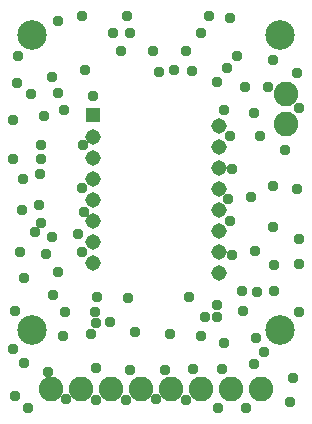
<source format=gbr>
G04 EAGLE Gerber RS-274X export*
G75*
%MOMM*%
%FSLAX34Y34*%
%LPD*%
%INSoldermask Bottom*%
%IPPOS*%
%AMOC8*
5,1,8,0,0,1.08239X$1,22.5*%
G01*
G04 Define Apertures*
%ADD10C,2.503200*%
%ADD11C,2.082800*%
%ADD12R,1.311200X1.311200*%
%ADD13C,1.311200*%
%ADD14C,0.959600*%
D10*
X-105000Y-125000D03*
X105000Y-125000D03*
X105000Y125000D03*
X-105000Y125000D03*
D11*
X-88900Y-175000D03*
X-63500Y-175000D03*
X-38100Y-175000D03*
X-12700Y-175000D03*
X12700Y-175000D03*
X38100Y-175000D03*
X63500Y-175000D03*
X88900Y-175000D03*
D12*
X-53594Y56642D03*
D13*
X-53594Y38842D03*
X-53594Y21042D03*
X-53594Y3242D03*
X-53594Y-14558D03*
X-53594Y-32358D03*
X-53594Y-50158D03*
X-53594Y-67958D03*
X53340Y47752D03*
X53340Y29952D03*
X53340Y12152D03*
X53340Y-5648D03*
X53340Y-23448D03*
X53340Y-41248D03*
X53340Y-59048D03*
X53340Y-76848D03*
D11*
X109602Y74768D03*
X109602Y49368D03*
D14*
X-61287Y-24713D03*
X62000Y139000D03*
X83000Y-153932D03*
X57640Y61640D03*
X83282Y-58000D03*
X-79128Y-130236D03*
X-25000Y141218D03*
X-18000Y-127000D03*
X12000Y-128000D03*
X57000Y-136000D03*
X31000Y-158000D03*
X56000Y-158000D03*
X7000Y-159000D03*
X-22000Y-159000D03*
X-120000Y-109000D03*
X-121218Y-141000D03*
X-108822Y-191184D03*
X-76200Y-183095D03*
X52000Y-191218D03*
X76000Y-191000D03*
X113000Y-186000D03*
X116000Y-166000D03*
X91000Y-144000D03*
X99000Y-38000D03*
X121218Y-110000D03*
X121218Y-69000D03*
X121000Y-48000D03*
X119000Y-6000D03*
X109000Y27000D03*
X83000Y59000D03*
X-60000Y95000D03*
X-83170Y75340D03*
X-78000Y61000D03*
X-117000Y107000D03*
X-83000Y137000D03*
X-63000Y141218D03*
X45000Y141218D03*
X99000Y104000D03*
X-99000Y-19000D03*
X-98000Y20000D03*
X-98000Y32000D03*
X-95000Y56000D03*
X-93000Y-61000D03*
X-63000Y-59000D03*
X-115000Y-59000D03*
X-63000Y-5000D03*
X-98340Y7000D03*
X-121218Y53000D03*
X-121218Y20000D03*
X-113000Y3000D03*
X99000Y-3000D03*
X88000Y39000D03*
X-53170Y73340D03*
X51708Y85000D03*
X59513Y96513D03*
X68672Y106672D03*
X-118159Y84159D03*
X38000Y126660D03*
X-22000Y126660D03*
X-37000Y126660D03*
X-88414Y89414D03*
X25000Y110830D03*
X-3000Y110830D03*
X-30000Y110830D03*
X75098Y80928D03*
X2000Y93364D03*
X30000Y94000D03*
X15000Y95000D03*
X-50000Y-97000D03*
X-51000Y-119000D03*
X64186Y10974D03*
X61994Y-33006D03*
X79797Y-12203D03*
X-66000Y-43858D03*
X-103000Y-42000D03*
X84718Y-131451D03*
X-38958Y-118042D03*
X-112218Y-80718D03*
X-87193Y-95658D03*
X62640Y39640D03*
X60797Y-14203D03*
X28000Y-97000D03*
X-24000Y-98000D03*
X-106203Y74797D03*
X118797Y92797D03*
X-83203Y-76203D03*
X-119203Y-181203D03*
X120797Y62797D03*
X99762Y-92000D03*
X99762Y-70000D03*
X64186Y-61479D03*
X73291Y-108529D03*
X51087Y-104087D03*
X-25404Y-183844D03*
X-312Y-183407D03*
X37696Y-129706D03*
X85427Y-93000D03*
X72815Y-92000D03*
X-51404Y-183844D03*
X24800Y-183844D03*
X41587Y-113570D03*
X-91378Y-160296D03*
X-112203Y-153203D03*
X-51000Y-157306D03*
X94672Y80672D03*
X51000Y-113570D03*
X-55000Y-128000D03*
X-62045Y31955D03*
X-113561Y-23697D03*
X-88000Y-46000D03*
X-98000Y-34000D03*
X-51944Y-109861D03*
X-77128Y-110000D03*
M02*

</source>
